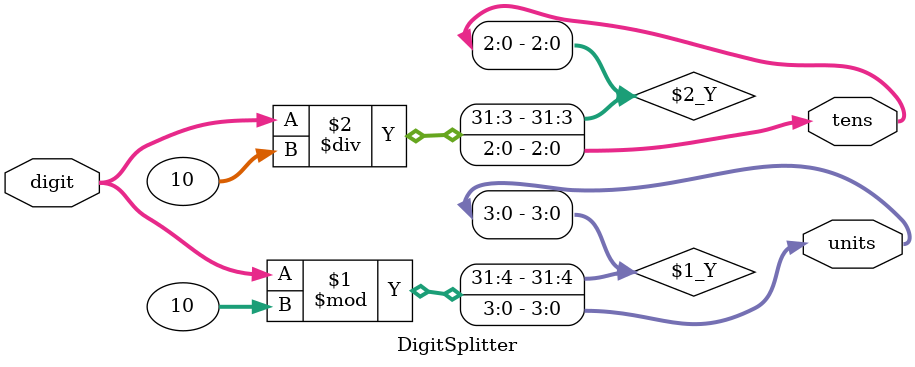
<source format=sv>
module DigitSplitter (
    input  logic [5:0] digit,
    output logic [3:0] units,  	 
    output logic [2:0] tens    
     
);

    assign units = digit % 10;
    assign tens = digit / 10;
 
endmodule
</source>
